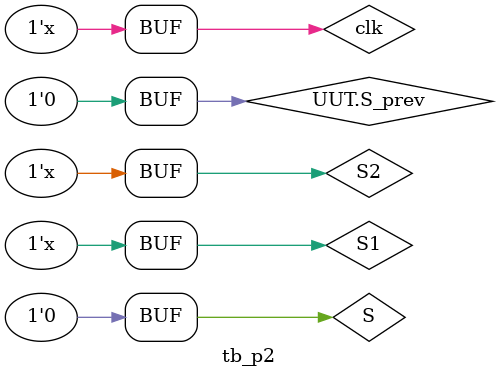
<source format=v>
module tb_p2();
    // Mode Declaration
    wire Y, S1, S2;
    reg S, clk;

    p2 UUT (Y, S, clk);   //Instantiate p2

    always #9 clk = ~clk;

    // Assign S1 and S2
    assign S1 = UUT.S_prev[2];
    assign S2 = UUT.S_prev[1];

    initial begin
        clk = 0;
        UUT.S_prev = 2'b00;

        S = 1; #10;
        S = 0; #40;
        S = 1; #60;
        S = 0; #80;
        S = 1; #40;
        S = 0; #20;
        S = 1; #20;
        S = 0; #20;
    end

    // Display all parameters
    initial begin
        $monitor("time=%g clk=%b  S=%b  S1=%b  S2=%b  Y=%b",$time,clk,S,S1,S2,Y);
    end
endmodule
</source>
